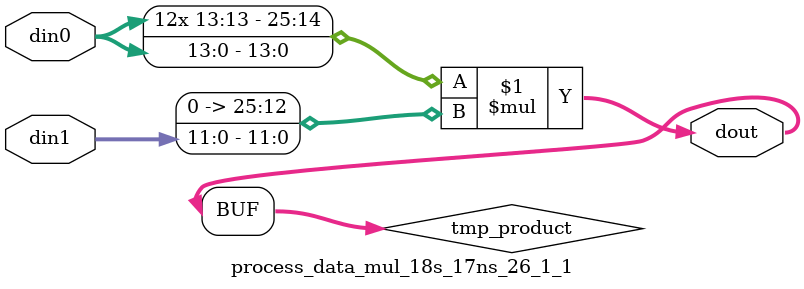
<source format=v>

`timescale 1 ns / 1 ps

  module process_data_mul_18s_17ns_26_1_1(din0, din1, dout);
parameter ID = 1;
parameter NUM_STAGE = 0;
parameter din0_WIDTH = 14;
parameter din1_WIDTH = 12;
parameter dout_WIDTH = 26;

input [din0_WIDTH - 1 : 0] din0; 
input [din1_WIDTH - 1 : 0] din1; 
output [dout_WIDTH - 1 : 0] dout;

wire signed [dout_WIDTH - 1 : 0] tmp_product;












assign tmp_product = $signed(din0) * $signed({1'b0, din1});









assign dout = tmp_product;







endmodule

</source>
